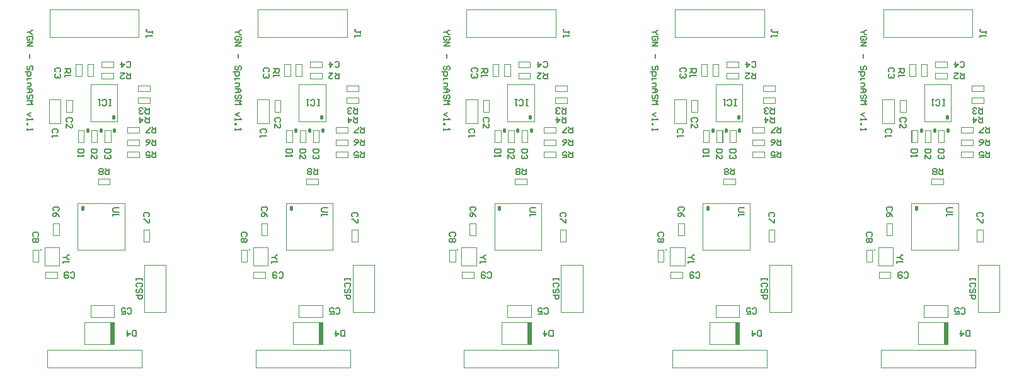
<source format=gto>
G04*
G04 #@! TF.GenerationSoftware,Altium Limited,Altium Designer,21.0.8 (223)*
G04*
G04 Layer_Color=65535*
%FSLAX25Y25*%
%MOIN*%
G70*
G04*
G04 #@! TF.SameCoordinates,FF83F617-0E9F-4FC0-9F70-085B7F74A640*
G04*
G04*
G04 #@! TF.FilePolarity,Positive*
G04*
G01*
G75*
%ADD33C,0.01575*%
%ADD34C,0.00787*%
%ADD35C,0.00394*%
%ADD36C,0.00591*%
%ADD37R,0.02118X0.11417*%
D33*
X84758Y235560D02*
Y236347D01*
Y235560D01*
X85272Y228691D02*
Y229479D01*
Y228691D01*
X78185D02*
Y229479D01*
Y228691D01*
X71098D02*
Y229479D01*
Y228691D01*
X68539Y187392D02*
Y188180D01*
Y187392D01*
X194994Y235560D02*
Y236347D01*
Y235560D01*
X195508Y228691D02*
Y229479D01*
Y228691D01*
X188421D02*
Y229479D01*
Y228691D01*
X181335D02*
Y229479D01*
Y228691D01*
X178776Y187392D02*
Y188180D01*
Y187392D01*
X305231Y235560D02*
Y236347D01*
Y235560D01*
X305744Y228691D02*
Y229479D01*
Y228691D01*
X298657D02*
Y229479D01*
Y228691D01*
X291571D02*
Y229479D01*
Y228691D01*
X289012Y187392D02*
Y188180D01*
Y187392D01*
X415467Y235560D02*
Y236347D01*
Y235560D01*
X415980Y228691D02*
Y229479D01*
Y228691D01*
X408894D02*
Y229479D01*
Y228691D01*
X401807D02*
Y229479D01*
Y228691D01*
X399248Y187392D02*
Y188180D01*
Y187392D01*
X525703Y235560D02*
Y236347D01*
Y235560D01*
X526217Y228691D02*
Y229479D01*
Y228691D01*
X519130D02*
Y229479D01*
Y228691D01*
X512043D02*
Y229479D01*
Y228691D01*
X509484Y187392D02*
Y188180D01*
Y187392D01*
D34*
X46492Y165606D02*
D03*
X156728D02*
D03*
X266965D02*
D03*
X377201D02*
D03*
X487437D02*
D03*
D35*
X72772Y253396D02*
Y233711D01*
Y253396D02*
X86945D01*
Y233711D01*
X72772D02*
X86945D01*
X80260Y229087D02*
X83409D01*
X80260Y222787D02*
X83409D01*
X80260Y229087D02*
Y222787D01*
X83409Y229087D02*
Y222787D01*
X80252Y229059D02*
X83402D01*
X80252Y222760D02*
X83402D01*
X80252Y229059D02*
Y222760D01*
X83402Y229059D02*
Y222760D01*
X73173Y229087D02*
X76323D01*
X73173Y222787D02*
X76323D01*
X73173Y229087D02*
Y222787D01*
X76323Y229087D02*
Y222787D01*
X73166Y229059D02*
X76315D01*
X73166Y222760D02*
X76315D01*
X73166Y229059D02*
Y222760D01*
X76315Y229059D02*
Y222760D01*
X66086Y229087D02*
X69236D01*
X66086Y222787D02*
X69236D01*
X66086Y229087D02*
Y222787D01*
X69236Y229087D02*
Y222787D01*
X66079Y229059D02*
X69229D01*
X66079Y222760D02*
X69229D01*
X66079Y229059D02*
Y222760D01*
X69229Y229059D02*
Y222760D01*
X51118Y293160D02*
Y278396D01*
Y293160D02*
X98362D01*
Y278396D01*
X51118D02*
X98362D01*
X101157Y132727D02*
X112657D01*
X101157Y157727D02*
X112657D01*
Y132727D01*
X101157Y157727D02*
Y132727D01*
X65980Y165542D02*
X90783D01*
Y190345D02*
Y165542D01*
X65980Y190345D02*
Y165542D01*
Y190345D02*
X90783D01*
X76709Y200246D02*
X83008D01*
X76709Y203396D02*
Y200246D01*
Y203396D02*
X83008D01*
Y200246D01*
X69563Y115798D02*
X85311D01*
Y127215D02*
Y115798D01*
X69563Y127215D02*
Y115798D01*
Y127215D02*
X85311D01*
X48461Y157274D02*
X56335D01*
Y167116D02*
Y157274D01*
X48461Y167116D02*
Y157274D01*
Y167116D02*
X56335D01*
X56039Y179616D02*
Y173317D01*
X52890D02*
X56039D01*
X52890Y179616D02*
X56039D01*
X52890D02*
Y173317D01*
X48756Y150778D02*
X55055D01*
X48756Y153928D02*
X55055D01*
Y150778D01*
X48756Y153928D02*
Y150778D01*
X45311Y165739D02*
Y159439D01*
X42161D02*
X45311D01*
X42161Y165739D02*
X45311D01*
X42161D02*
Y159439D01*
X100724Y169971D02*
X103874D01*
X100724Y176270D02*
X103874D01*
Y169971D01*
X100724Y176270D02*
Y169971D01*
X72713Y136467D02*
Y130168D01*
X85311Y136467D02*
Y130168D01*
X72713Y136467D02*
X85311D01*
X72713Y130168D02*
X85311D01*
X57024Y245325D02*
Y232727D01*
X50724Y245325D02*
Y232727D01*
Y245325D02*
X57024D01*
X50724Y232727D02*
X57024D01*
X49819Y103298D02*
X99819D01*
X49819Y112530D02*
X99819D01*
X49819D02*
Y103298D01*
X99819Y112530D02*
Y103298D01*
X64996Y257727D02*
X68146D01*
X64996Y264026D02*
X68146D01*
Y257727D01*
X64996Y264026D02*
Y257727D01*
X97969Y246506D02*
X104268D01*
X97969Y243357D02*
X104268D01*
Y246506D02*
Y243357D01*
X97969Y246506D02*
Y243357D01*
Y249557D02*
X104268D01*
X97969Y252707D02*
X104268D01*
X97969D02*
Y249557D01*
X104268Y252707D02*
Y249557D01*
X92161Y230660D02*
X98461D01*
X92161Y227510D02*
X98461D01*
Y230660D02*
Y227510D01*
X92161Y230660D02*
Y227510D01*
Y224164D02*
X98461D01*
X92161Y221014D02*
X98461D01*
Y224164D02*
Y221014D01*
X92161Y224164D02*
Y221014D01*
X84878Y259400D02*
Y256250D01*
X78579Y259400D02*
Y256250D01*
Y259400D02*
X84878D01*
X78579Y256250D02*
X84878D01*
X78579Y262353D02*
X84878D01*
X78579Y265502D02*
X84878D01*
X78579D02*
Y262353D01*
X84878Y265502D02*
Y262353D01*
X71098Y257727D02*
X74248D01*
X71098Y264026D02*
X74248D01*
Y257727D01*
X71098Y264026D02*
Y257727D01*
X92161Y217668D02*
X98461D01*
X92161Y214518D02*
X98461D01*
Y217668D02*
Y214518D01*
X92161Y217668D02*
Y214518D01*
X59976Y244932D02*
Y238632D01*
X63126Y244932D02*
Y238632D01*
X59976Y244932D02*
X63126D01*
X59976Y238632D02*
X63126D01*
X183008Y253396D02*
Y233711D01*
Y253396D02*
X197181D01*
Y233711D01*
X183008D02*
X197181D01*
X190496Y229087D02*
X193645D01*
X190496Y222787D02*
X193645D01*
X190496Y229087D02*
Y222787D01*
X193645Y229087D02*
Y222787D01*
X190489Y229059D02*
X193638D01*
X190489Y222760D02*
X193638D01*
X190489Y229059D02*
Y222760D01*
X193638Y229059D02*
Y222760D01*
X183409Y229087D02*
X186559D01*
X183409Y222787D02*
X186559D01*
X183409Y229087D02*
Y222787D01*
X186559Y229087D02*
Y222787D01*
X183402Y229059D02*
X186552D01*
X183402Y222760D02*
X186552D01*
X183402Y229059D02*
Y222760D01*
X186552Y229059D02*
Y222760D01*
X176322Y229087D02*
X179472D01*
X176322Y222787D02*
X179472D01*
X176322Y229087D02*
Y222787D01*
X179472Y229087D02*
Y222787D01*
X176315Y229059D02*
X179465D01*
X176315Y222760D02*
X179465D01*
X176315Y229059D02*
Y222760D01*
X179465Y229059D02*
Y222760D01*
X161354Y293160D02*
Y278396D01*
Y293160D02*
X208598D01*
Y278396D01*
X161354D02*
X208598D01*
X211394Y132727D02*
X222894D01*
X211394Y157727D02*
X222894D01*
Y132727D01*
X211394Y157727D02*
Y132727D01*
X176216Y165542D02*
X201020D01*
Y190345D02*
Y165542D01*
X176216Y190345D02*
Y165542D01*
Y190345D02*
X201020D01*
X186945Y200246D02*
X193244D01*
X186945Y203396D02*
Y200246D01*
Y203396D02*
X193244D01*
Y200246D01*
X179799Y115798D02*
X195547D01*
Y127215D02*
Y115798D01*
X179799Y127215D02*
Y115798D01*
Y127215D02*
X195547D01*
X158697Y157274D02*
X166571D01*
Y167116D02*
Y157274D01*
X158697Y167116D02*
Y157274D01*
Y167116D02*
X166571D01*
X166276Y179616D02*
Y173317D01*
X163126D02*
X166276D01*
X163126Y179616D02*
X166276D01*
X163126D02*
Y173317D01*
X158992Y150778D02*
X165291D01*
X158992Y153928D02*
X165291D01*
Y150778D01*
X158992Y153928D02*
Y150778D01*
X155547Y165739D02*
Y159439D01*
X152398D02*
X155547D01*
X152398Y165739D02*
X155547D01*
X152398D02*
Y159439D01*
X210961Y169971D02*
X214110D01*
X210961Y176270D02*
X214110D01*
Y169971D01*
X210961Y176270D02*
Y169971D01*
X182949Y136467D02*
Y130168D01*
X195547Y136467D02*
Y130168D01*
X182949Y136467D02*
X195547D01*
X182949Y130168D02*
X195547D01*
X167260Y245325D02*
Y232727D01*
X160961Y245325D02*
Y232727D01*
Y245325D02*
X167260D01*
X160961Y232727D02*
X167260D01*
X160055Y103298D02*
X210055D01*
X160055Y112530D02*
X210055D01*
X160055D02*
Y103298D01*
X210055Y112530D02*
Y103298D01*
X175232Y257727D02*
X178382D01*
X175232Y264026D02*
X178382D01*
Y257727D01*
X175232Y264026D02*
Y257727D01*
X208205Y246506D02*
X214504D01*
X208205Y243357D02*
X214504D01*
Y246506D02*
Y243357D01*
X208205Y246506D02*
Y243357D01*
Y249557D02*
X214504D01*
X208205Y252707D02*
X214504D01*
X208205D02*
Y249557D01*
X214504Y252707D02*
Y249557D01*
X202398Y230660D02*
X208697D01*
X202398Y227510D02*
X208697D01*
Y230660D02*
Y227510D01*
X202398Y230660D02*
Y227510D01*
Y224164D02*
X208697D01*
X202398Y221014D02*
X208697D01*
Y224164D02*
Y221014D01*
X202398Y224164D02*
Y221014D01*
X195114Y259400D02*
Y256250D01*
X188815Y259400D02*
Y256250D01*
Y259400D02*
X195114D01*
X188815Y256250D02*
X195114D01*
X188815Y262353D02*
X195114D01*
X188815Y265502D02*
X195114D01*
X188815D02*
Y262353D01*
X195114Y265502D02*
Y262353D01*
X181335Y257727D02*
X184484D01*
X181335Y264026D02*
X184484D01*
Y257727D01*
X181335Y264026D02*
Y257727D01*
X202398Y217668D02*
X208697D01*
X202398Y214518D02*
X208697D01*
Y217668D02*
Y214518D01*
X202398Y217668D02*
Y214518D01*
X170213Y244932D02*
Y238632D01*
X173362Y244932D02*
Y238632D01*
X170213Y244932D02*
X173362D01*
X170213Y238632D02*
X173362D01*
X293244Y253396D02*
Y233711D01*
Y253396D02*
X307417D01*
Y233711D01*
X293244D02*
X307417D01*
X300732Y229087D02*
X303882D01*
X300732Y222787D02*
X303882D01*
X300732Y229087D02*
Y222787D01*
X303882Y229087D02*
Y222787D01*
X300725Y229059D02*
X303874D01*
X300725Y222760D02*
X303874D01*
X300725Y229059D02*
Y222760D01*
X303874Y229059D02*
Y222760D01*
X293645Y229087D02*
X296795D01*
X293645Y222787D02*
X296795D01*
X293645Y229087D02*
Y222787D01*
X296795Y229087D02*
Y222787D01*
X293638Y229059D02*
X296788D01*
X293638Y222760D02*
X296788D01*
X293638Y229059D02*
Y222760D01*
X296788Y229059D02*
Y222760D01*
X286559Y229087D02*
X289708D01*
X286559Y222787D02*
X289708D01*
X286559Y229087D02*
Y222787D01*
X289708Y229087D02*
Y222787D01*
X286552Y229059D02*
X289701D01*
X286552Y222760D02*
X289701D01*
X286552Y229059D02*
Y222760D01*
X289701Y229059D02*
Y222760D01*
X271590Y293160D02*
Y278396D01*
Y293160D02*
X318835D01*
Y278396D01*
X271590D02*
X318835D01*
X321630Y132727D02*
X333130D01*
X321630Y157727D02*
X333130D01*
Y132727D01*
X321630Y157727D02*
Y132727D01*
X286453Y165542D02*
X311256D01*
Y190345D02*
Y165542D01*
X286453Y190345D02*
Y165542D01*
Y190345D02*
X311256D01*
X297181Y200246D02*
X303480D01*
X297181Y203396D02*
Y200246D01*
Y203396D02*
X303480D01*
Y200246D01*
X290035Y115798D02*
X305783D01*
Y127215D02*
Y115798D01*
X290035Y127215D02*
Y115798D01*
Y127215D02*
X305783D01*
X268933Y157274D02*
X276807D01*
Y167116D02*
Y157274D01*
X268933Y167116D02*
Y157274D01*
Y167116D02*
X276807D01*
X276512Y179616D02*
Y173317D01*
X273362D02*
X276512D01*
X273362Y179616D02*
X276512D01*
X273362D02*
Y173317D01*
X269228Y150778D02*
X275528D01*
X269228Y153928D02*
X275528D01*
Y150778D01*
X269228Y153928D02*
Y150778D01*
X265783Y165739D02*
Y159439D01*
X262634D02*
X265783D01*
X262634Y165739D02*
X265783D01*
X262634D02*
Y159439D01*
X321197Y169971D02*
X324346D01*
X321197Y176270D02*
X324346D01*
Y169971D01*
X321197Y176270D02*
Y169971D01*
X293185Y136467D02*
Y130168D01*
X305783Y136467D02*
Y130168D01*
X293185Y136467D02*
X305783D01*
X293185Y130168D02*
X305783D01*
X277496Y245325D02*
Y232727D01*
X271197Y245325D02*
Y232727D01*
Y245325D02*
X277496D01*
X271197Y232727D02*
X277496D01*
X270291Y103298D02*
X320291D01*
X270291Y112530D02*
X320291D01*
X270291D02*
Y103298D01*
X320291Y112530D02*
Y103298D01*
X285469Y257727D02*
X288618D01*
X285469Y264026D02*
X288618D01*
Y257727D01*
X285469Y264026D02*
Y257727D01*
X318441Y246506D02*
X324740D01*
X318441Y243357D02*
X324740D01*
Y246506D02*
Y243357D01*
X318441Y246506D02*
Y243357D01*
Y249557D02*
X324740D01*
X318441Y252707D02*
X324740D01*
X318441D02*
Y249557D01*
X324740Y252707D02*
Y249557D01*
X312634Y230660D02*
X318933D01*
X312634Y227510D02*
X318933D01*
Y230660D02*
Y227510D01*
X312634Y230660D02*
Y227510D01*
Y224164D02*
X318933D01*
X312634Y221014D02*
X318933D01*
Y224164D02*
Y221014D01*
X312634Y224164D02*
Y221014D01*
X305350Y259400D02*
Y256250D01*
X299051Y259400D02*
Y256250D01*
Y259400D02*
X305350D01*
X299051Y256250D02*
X305350D01*
X299051Y262353D02*
X305350D01*
X299051Y265502D02*
X305350D01*
X299051D02*
Y262353D01*
X305350Y265502D02*
Y262353D01*
X291571Y257727D02*
X294720D01*
X291571Y264026D02*
X294720D01*
Y257727D01*
X291571Y264026D02*
Y257727D01*
X312634Y217668D02*
X318933D01*
X312634Y214518D02*
X318933D01*
Y217668D02*
Y214518D01*
X312634Y217668D02*
Y214518D01*
X280449Y244932D02*
Y238632D01*
X283598Y244932D02*
Y238632D01*
X280449Y244932D02*
X283598D01*
X280449Y238632D02*
X283598D01*
X403480Y253396D02*
Y233711D01*
Y253396D02*
X417654D01*
Y233711D01*
X403480D02*
X417654D01*
X410968Y229087D02*
X414118D01*
X410968Y222787D02*
X414118D01*
X410968Y229087D02*
Y222787D01*
X414118Y229087D02*
Y222787D01*
X410961Y229059D02*
X414111D01*
X410961Y222760D02*
X414111D01*
X410961Y229059D02*
Y222760D01*
X414111Y229059D02*
Y222760D01*
X403882Y229087D02*
X407031D01*
X403882Y222787D02*
X407031D01*
X403882Y229087D02*
Y222787D01*
X407031Y229087D02*
Y222787D01*
X403874Y229059D02*
X407024D01*
X403874Y222760D02*
X407024D01*
X403874Y229059D02*
Y222760D01*
X407024Y229059D02*
Y222760D01*
X396795Y229087D02*
X399945D01*
X396795Y222787D02*
X399945D01*
X396795Y229087D02*
Y222787D01*
X399945Y229087D02*
Y222787D01*
X396788Y229059D02*
X399938D01*
X396788Y222760D02*
X399938D01*
X396788Y229059D02*
Y222760D01*
X399938Y229059D02*
Y222760D01*
X381827Y293160D02*
Y278396D01*
Y293160D02*
X429071D01*
Y278396D01*
X381827D02*
X429071D01*
X431866Y132727D02*
X443366D01*
X431866Y157727D02*
X443366D01*
Y132727D01*
X431866Y157727D02*
Y132727D01*
X396689Y165542D02*
X421492D01*
Y190345D02*
Y165542D01*
X396689Y190345D02*
Y165542D01*
Y190345D02*
X421492D01*
X407417Y200246D02*
X413717D01*
X407417Y203396D02*
Y200246D01*
Y203396D02*
X413717D01*
Y200246D01*
X400272Y115798D02*
X416020D01*
Y127215D02*
Y115798D01*
X400272Y127215D02*
Y115798D01*
Y127215D02*
X416020D01*
X379169Y157274D02*
X387043D01*
Y167116D02*
Y157274D01*
X379169Y167116D02*
Y157274D01*
Y167116D02*
X387043D01*
X386748Y179616D02*
Y173317D01*
X383598D02*
X386748D01*
X383598Y179616D02*
X386748D01*
X383598D02*
Y173317D01*
X379465Y150778D02*
X385764D01*
X379465Y153928D02*
X385764D01*
Y150778D01*
X379465Y153928D02*
Y150778D01*
X376020Y165739D02*
Y159439D01*
X372870D02*
X376020D01*
X372870Y165739D02*
X376020D01*
X372870D02*
Y159439D01*
X431433Y169971D02*
X434583D01*
X431433Y176270D02*
X434583D01*
Y169971D01*
X431433Y176270D02*
Y169971D01*
X403421Y136467D02*
Y130168D01*
X416020Y136467D02*
Y130168D01*
X403421Y136467D02*
X416020D01*
X403421Y130168D02*
X416020D01*
X387732Y245325D02*
Y232727D01*
X381433Y245325D02*
Y232727D01*
Y245325D02*
X387732D01*
X381433Y232727D02*
X387732D01*
X380527Y103298D02*
X430527D01*
X380527Y112530D02*
X430527D01*
X380527D02*
Y103298D01*
X430527Y112530D02*
Y103298D01*
X395705Y257727D02*
X398854D01*
X395705Y264026D02*
X398854D01*
Y257727D01*
X395705Y264026D02*
Y257727D01*
X428677Y246506D02*
X434976D01*
X428677Y243357D02*
X434976D01*
Y246506D02*
Y243357D01*
X428677Y246506D02*
Y243357D01*
Y249557D02*
X434976D01*
X428677Y252707D02*
X434976D01*
X428677D02*
Y249557D01*
X434976Y252707D02*
Y249557D01*
X422870Y230660D02*
X429169D01*
X422870Y227510D02*
X429169D01*
Y230660D02*
Y227510D01*
X422870Y230660D02*
Y227510D01*
Y224164D02*
X429169D01*
X422870Y221014D02*
X429169D01*
Y224164D02*
Y221014D01*
X422870Y224164D02*
Y221014D01*
X415587Y259400D02*
Y256250D01*
X409287Y259400D02*
Y256250D01*
Y259400D02*
X415587D01*
X409287Y256250D02*
X415587D01*
X409287Y262353D02*
X415587D01*
X409287Y265502D02*
X415587D01*
X409287D02*
Y262353D01*
X415587Y265502D02*
Y262353D01*
X401807Y257727D02*
X404957D01*
X401807Y264026D02*
X404957D01*
Y257727D01*
X401807Y264026D02*
Y257727D01*
X422870Y217668D02*
X429169D01*
X422870Y214518D02*
X429169D01*
Y217668D02*
Y214518D01*
X422870Y217668D02*
Y214518D01*
X390685Y244932D02*
Y238632D01*
X393835Y244932D02*
Y238632D01*
X390685Y244932D02*
X393835D01*
X390685Y238632D02*
X393835D01*
X513717Y253396D02*
Y233711D01*
Y253396D02*
X527890D01*
Y233711D01*
X513717D02*
X527890D01*
X521204Y229087D02*
X524354D01*
X521204Y222787D02*
X524354D01*
X521204Y229087D02*
Y222787D01*
X524354Y229087D02*
Y222787D01*
X521197Y229059D02*
X524347D01*
X521197Y222760D02*
X524347D01*
X521197Y229059D02*
Y222760D01*
X524347Y229059D02*
Y222760D01*
X514118Y229087D02*
X517267D01*
X514118Y222787D02*
X517267D01*
X514118Y229087D02*
Y222787D01*
X517267Y229087D02*
Y222787D01*
X514111Y229059D02*
X517260D01*
X514111Y222760D02*
X517260D01*
X514111Y229059D02*
Y222760D01*
X517260Y229059D02*
Y222760D01*
X507031Y229087D02*
X510181D01*
X507031Y222787D02*
X510181D01*
X507031Y229087D02*
Y222787D01*
X510181Y229087D02*
Y222787D01*
X507024Y229059D02*
X510174D01*
X507024Y222760D02*
X510174D01*
X507024Y229059D02*
Y222760D01*
X510174Y229059D02*
Y222760D01*
X492063Y293160D02*
Y278396D01*
Y293160D02*
X539307D01*
Y278396D01*
X492063D02*
X539307D01*
X542102Y132727D02*
X553602D01*
X542102Y157727D02*
X553602D01*
Y132727D01*
X542102Y157727D02*
Y132727D01*
X506925Y165542D02*
X531728D01*
Y190345D02*
Y165542D01*
X506925Y190345D02*
Y165542D01*
Y190345D02*
X531728D01*
X517654Y200246D02*
X523953D01*
X517654Y203396D02*
Y200246D01*
Y203396D02*
X523953D01*
Y200246D01*
X510508Y115798D02*
X526256D01*
Y127215D02*
Y115798D01*
X510508Y127215D02*
Y115798D01*
Y127215D02*
X526256D01*
X489405Y157274D02*
X497280D01*
Y167116D02*
Y157274D01*
X489405Y167116D02*
Y157274D01*
Y167116D02*
X497280D01*
X496984Y179616D02*
Y173317D01*
X493835D02*
X496984D01*
X493835Y179616D02*
X496984D01*
X493835D02*
Y173317D01*
X489701Y150778D02*
X496000D01*
X489701Y153928D02*
X496000D01*
Y150778D01*
X489701Y153928D02*
Y150778D01*
X486256Y165739D02*
Y159439D01*
X483106D02*
X486256D01*
X483106Y165739D02*
X486256D01*
X483106D02*
Y159439D01*
X541669Y169971D02*
X544819D01*
X541669Y176270D02*
X544819D01*
Y169971D01*
X541669Y176270D02*
Y169971D01*
X513657Y136467D02*
Y130168D01*
X526256Y136467D02*
Y130168D01*
X513657Y136467D02*
X526256D01*
X513657Y130168D02*
X526256D01*
X497968Y245325D02*
Y232727D01*
X491669Y245325D02*
Y232727D01*
Y245325D02*
X497968D01*
X491669Y232727D02*
X497968D01*
X490764Y103298D02*
X540764D01*
X490764Y112530D02*
X540764D01*
X490764D02*
Y103298D01*
X540764Y112530D02*
Y103298D01*
X505941Y257727D02*
X509091D01*
X505941Y264026D02*
X509091D01*
Y257727D01*
X505941Y264026D02*
Y257727D01*
X538913Y246506D02*
X545213D01*
X538913Y243357D02*
X545213D01*
Y246506D02*
Y243357D01*
X538913Y246506D02*
Y243357D01*
Y249557D02*
X545213D01*
X538913Y252707D02*
X545213D01*
X538913D02*
Y249557D01*
X545213Y252707D02*
Y249557D01*
X533106Y230660D02*
X539405D01*
X533106Y227510D02*
X539405D01*
Y230660D02*
Y227510D01*
X533106Y230660D02*
Y227510D01*
Y224164D02*
X539405D01*
X533106Y221014D02*
X539405D01*
Y224164D02*
Y221014D01*
X533106Y224164D02*
Y221014D01*
X525823Y259400D02*
Y256250D01*
X519524Y259400D02*
Y256250D01*
Y259400D02*
X525823D01*
X519524Y256250D02*
X525823D01*
X519524Y262353D02*
X525823D01*
X519524Y265502D02*
X525823D01*
X519524D02*
Y262353D01*
X525823Y265502D02*
Y262353D01*
X512043Y257727D02*
X515193D01*
X512043Y264026D02*
X515193D01*
Y257727D01*
X512043Y264026D02*
Y257727D01*
X533106Y217668D02*
X539405D01*
X533106Y214518D02*
X539405D01*
Y217668D02*
Y214518D01*
X533106Y217668D02*
Y214518D01*
X500921Y244932D02*
Y238632D01*
X504071Y244932D02*
Y238632D01*
X500921Y244932D02*
X504071D01*
X500921Y238632D02*
X504071D01*
D36*
X42259Y281939D02*
X41734D01*
X40685Y280890D01*
X41734Y279840D01*
X42259D01*
X40685Y280890D02*
X39110D01*
X41734Y276692D02*
X42259Y277217D01*
Y278266D01*
X41734Y278791D01*
X39635D01*
X39110Y278266D01*
Y277217D01*
X39635Y276692D01*
X40685D01*
Y277741D01*
X39110Y275642D02*
X42259D01*
X39110Y273543D01*
X42259D01*
X40685Y269345D02*
Y267246D01*
X41734Y260949D02*
X42259Y261473D01*
Y262523D01*
X41734Y263048D01*
X41209D01*
X40685Y262523D01*
Y261473D01*
X40160Y260949D01*
X39635D01*
X39110Y261473D01*
Y262523D01*
X39635Y263048D01*
X38061Y259899D02*
X41209D01*
Y258325D01*
X40685Y257800D01*
X39635D01*
X39110Y258325D01*
Y259899D01*
Y256751D02*
Y255701D01*
Y256226D01*
X41209D01*
Y256751D01*
X39110Y254127D02*
X41209D01*
Y252553D01*
X40685Y252028D01*
X39110D01*
Y250978D02*
X41209D01*
X42259Y249929D01*
X41209Y248879D01*
X39110D01*
X40685D01*
Y250978D01*
X41734Y245731D02*
X42259Y246255D01*
Y247305D01*
X41734Y247830D01*
X41209D01*
X40685Y247305D01*
Y246255D01*
X40160Y245731D01*
X39635D01*
X39110Y246255D01*
Y247305D01*
X39635Y247830D01*
X39110Y244681D02*
X42259D01*
X41209Y243632D01*
X42259Y242582D01*
X39110D01*
X41209Y238384D02*
X39110Y237334D01*
X41209Y236285D01*
X39110Y235235D02*
Y234186D01*
Y234711D01*
X42259D01*
X41734Y235235D01*
X39110Y232611D02*
X39635D01*
Y232087D01*
X39110D01*
Y232611D01*
Y229988D02*
Y228938D01*
Y229463D01*
X42259D01*
X41734Y229988D01*
X82581Y208711D02*
Y205562D01*
X81006D01*
X80481Y206087D01*
Y207136D01*
X81006Y207661D01*
X82581D01*
X81531D02*
X80481Y208711D01*
X79432Y206087D02*
X78907Y205562D01*
X77858D01*
X77333Y206087D01*
Y206611D01*
X77858Y207136D01*
X77333Y207661D01*
Y208186D01*
X77858Y208711D01*
X78907D01*
X79432Y208186D01*
Y207661D01*
X78907Y207136D01*
X79432Y206611D01*
Y206087D01*
X78907Y207136D02*
X77858D01*
X100074Y150737D02*
Y149687D01*
Y150212D01*
X96926D01*
Y150737D01*
Y149687D01*
X99550Y146014D02*
X100074Y146539D01*
Y147588D01*
X99550Y148113D01*
X97451D01*
X96926Y147588D01*
Y146539D01*
X97451Y146014D01*
X99550Y142865D02*
X100074Y143390D01*
Y144440D01*
X99550Y144964D01*
X99025D01*
X98500Y144440D01*
Y143390D01*
X97975Y142865D01*
X97451D01*
X96926Y143390D01*
Y144440D01*
X97451Y144964D01*
X96926Y141816D02*
X100074D01*
Y140242D01*
X99550Y139717D01*
X98500D01*
X97975Y140242D01*
Y141816D01*
X92194Y132268D02*
X92719Y131743D01*
X93768D01*
X94293Y132268D01*
Y134367D01*
X93768Y134892D01*
X92719D01*
X92194Y134367D01*
X89045Y131743D02*
X91145D01*
Y133317D01*
X90095Y132792D01*
X89570D01*
X89045Y133317D01*
Y134367D01*
X89570Y134892D01*
X90620D01*
X91145Y134367D01*
X96947Y119932D02*
Y123081D01*
X95372D01*
X94848Y122556D01*
Y120457D01*
X95372Y119932D01*
X96947D01*
X92224Y123081D02*
Y119932D01*
X93798Y121506D01*
X91699D01*
X103742Y236171D02*
Y233022D01*
X102168D01*
X101643Y233547D01*
Y234597D01*
X102168Y235122D01*
X103742D01*
X102692D02*
X101643Y236171D01*
X99019D02*
Y233022D01*
X100593Y234597D01*
X98494D01*
X103742Y240896D02*
Y237747D01*
X102168D01*
X101643Y238272D01*
Y239321D01*
X102168Y239846D01*
X103742D01*
X102692D02*
X101643Y240896D01*
X100593Y238272D02*
X100068Y237747D01*
X99019D01*
X98494Y238272D01*
Y238796D01*
X99019Y239321D01*
X99544D01*
X99019D01*
X98494Y239846D01*
Y240371D01*
X99019Y240896D01*
X100068D01*
X100593Y240371D01*
X107285Y230659D02*
Y227511D01*
X105711D01*
X105186Y228035D01*
Y229085D01*
X105711Y229610D01*
X107285D01*
X106236D02*
X105186Y230659D01*
X104137Y227511D02*
X102038D01*
Y228035D01*
X104137Y230135D01*
Y230659D01*
X107285Y224163D02*
Y221015D01*
X105711D01*
X105186Y221539D01*
Y222589D01*
X105711Y223114D01*
X107285D01*
X106236D02*
X105186Y224163D01*
X102038Y221015D02*
X103087Y221539D01*
X104137Y222589D01*
Y223639D01*
X103612Y224163D01*
X102562D01*
X102038Y223639D01*
Y223114D01*
X102562Y222589D01*
X104137D01*
X107285Y217667D02*
Y214519D01*
X105711D01*
X105186Y215043D01*
Y216093D01*
X105711Y216618D01*
X107285D01*
X106236D02*
X105186Y217667D01*
X102038Y214519D02*
X104137D01*
Y216093D01*
X103087Y215568D01*
X102562D01*
X102038Y216093D01*
Y217142D01*
X102562Y217667D01*
X103612D01*
X104137Y217142D01*
X83401Y219110D02*
X80252D01*
Y217536D01*
X80777Y217011D01*
X82876D01*
X83401Y217536D01*
Y219110D01*
X82876Y215962D02*
X83401Y215437D01*
Y214387D01*
X82876Y213863D01*
X82351D01*
X81827Y214387D01*
Y214912D01*
Y214387D01*
X81302Y213863D01*
X80777D01*
X80252Y214387D01*
Y215437D01*
X80777Y215962D01*
X76314Y219110D02*
X73166D01*
Y217536D01*
X73691Y217011D01*
X75790D01*
X76314Y217536D01*
Y219110D01*
X73166Y213863D02*
Y215962D01*
X75265Y213863D01*
X75790D01*
X76314Y214387D01*
Y215437D01*
X75790Y215962D01*
X69228Y219078D02*
X66079D01*
Y217503D01*
X66604Y216979D01*
X68703D01*
X69228Y217503D01*
Y219078D01*
X66079Y215929D02*
Y214880D01*
Y215404D01*
X69228D01*
X68703Y215929D01*
X61452Y162877D02*
X60927D01*
X59878Y161828D01*
X60927Y160778D01*
X61452D01*
X59878Y161828D02*
X58304D01*
Y159728D02*
Y158679D01*
Y159204D01*
X61452D01*
X60927Y159728D01*
X87830Y187916D02*
X85206D01*
X84682Y187392D01*
Y186342D01*
X85206Y185817D01*
X87830D01*
X84682Y184768D02*
Y183718D01*
Y184243D01*
X87830D01*
X87305Y184768D01*
X93899Y259400D02*
Y256251D01*
X92325D01*
X91800Y256776D01*
Y257825D01*
X92325Y258350D01*
X93899D01*
X92850D02*
X91800Y259400D01*
X88652D02*
X90751D01*
X88652Y257300D01*
Y256776D01*
X89176Y256251D01*
X90226D01*
X90751Y256776D01*
X59189Y261597D02*
X62338D01*
Y260023D01*
X61813Y259498D01*
X60764D01*
X60239Y260023D01*
Y261597D01*
Y260548D02*
X59189Y259498D01*
Y258449D02*
Y257399D01*
Y257924D01*
X62338D01*
X61813Y258449D01*
X105448Y280463D02*
Y281512D01*
Y280988D01*
X102824D01*
X102300Y281512D01*
Y282037D01*
X102824Y282562D01*
X102300Y279413D02*
Y278364D01*
Y278889D01*
X105448D01*
X104923Y279413D01*
X83663Y242078D02*
X82613D01*
X83138D01*
Y245226D01*
X83663D01*
X82613D01*
X78940Y242602D02*
X79465Y242078D01*
X80514D01*
X81039Y242602D01*
Y244702D01*
X80514Y245226D01*
X79465D01*
X78940Y244702D01*
X77890Y245226D02*
X76841D01*
X77366D01*
Y242078D01*
X77890Y242602D01*
X62174Y151303D02*
X62699Y150778D01*
X63749D01*
X64273Y151303D01*
Y153402D01*
X63749Y153927D01*
X62699D01*
X62174Y153402D01*
X61125D02*
X60600Y153927D01*
X59550D01*
X59026Y153402D01*
Y151303D01*
X59550Y150778D01*
X60600D01*
X61125Y151303D01*
Y151828D01*
X60600Y152353D01*
X59026D01*
X44786Y172818D02*
X45311Y173343D01*
Y174393D01*
X44786Y174917D01*
X42687D01*
X42162Y174393D01*
Y173343D01*
X42687Y172818D01*
X44786Y171769D02*
X45311Y171244D01*
Y170195D01*
X44786Y169670D01*
X44261D01*
X43736Y170195D01*
X43211Y169670D01*
X42687D01*
X42162Y170195D01*
Y171244D01*
X42687Y171769D01*
X43211D01*
X43736Y171244D01*
X44261Y171769D01*
X44786D01*
X43736Y171244D02*
Y170195D01*
X103349Y183193D02*
X103874Y183717D01*
Y184767D01*
X103349Y185292D01*
X101250D01*
X100725Y184767D01*
Y183717D01*
X101250Y183193D01*
X103874Y182143D02*
Y180044D01*
X103349D01*
X101250Y182143D01*
X100725D01*
X55514Y186342D02*
X56039Y186867D01*
Y187916D01*
X55514Y188441D01*
X53415D01*
X52890Y187916D01*
Y186867D01*
X53415Y186342D01*
X56039Y183194D02*
X55514Y184243D01*
X54465Y185292D01*
X53415D01*
X52890Y184768D01*
Y183718D01*
X53415Y183194D01*
X53940D01*
X54465Y183718D01*
Y185292D01*
X91800Y262878D02*
X92325Y262353D01*
X93375D01*
X93899Y262878D01*
Y264977D01*
X93375Y265502D01*
X92325D01*
X91800Y264977D01*
X89176Y265502D02*
Y262353D01*
X90751Y263928D01*
X88652D01*
X56498Y259925D02*
X57023Y260450D01*
Y261499D01*
X56498Y262024D01*
X54399D01*
X53874Y261499D01*
Y260450D01*
X54399Y259925D01*
X56498Y258875D02*
X57023Y258350D01*
Y257301D01*
X56498Y256776D01*
X55974D01*
X55449Y257301D01*
Y257826D01*
Y257301D01*
X54924Y256776D01*
X54399D01*
X53874Y257301D01*
Y258350D01*
X54399Y258875D01*
X55022Y227510D02*
X55547Y228035D01*
Y229084D01*
X55022Y229609D01*
X52923D01*
X52398Y229084D01*
Y228035D01*
X52923Y227510D01*
X52398Y226461D02*
Y225411D01*
Y225936D01*
X55547D01*
X55022Y226461D01*
X62601Y233448D02*
X63125Y233973D01*
Y235023D01*
X62601Y235547D01*
X60502D01*
X59977Y235023D01*
Y233973D01*
X60502Y233448D01*
X59977Y230300D02*
Y232399D01*
X62076Y230300D01*
X62601D01*
X63125Y230824D01*
Y231874D01*
X62601Y232399D01*
X152495Y281939D02*
X151970D01*
X150921Y280890D01*
X151970Y279840D01*
X152495D01*
X150921Y280890D02*
X149346D01*
X151970Y276692D02*
X152495Y277217D01*
Y278266D01*
X151970Y278791D01*
X149871D01*
X149346Y278266D01*
Y277217D01*
X149871Y276692D01*
X150921D01*
Y277741D01*
X149346Y275642D02*
X152495D01*
X149346Y273543D01*
X152495D01*
X150921Y269345D02*
Y267246D01*
X151970Y260949D02*
X152495Y261473D01*
Y262523D01*
X151970Y263048D01*
X151445D01*
X150921Y262523D01*
Y261473D01*
X150396Y260949D01*
X149871D01*
X149346Y261473D01*
Y262523D01*
X149871Y263048D01*
X148297Y259899D02*
X151445D01*
Y258325D01*
X150921Y257800D01*
X149871D01*
X149346Y258325D01*
Y259899D01*
Y256751D02*
Y255701D01*
Y256226D01*
X151445D01*
Y256751D01*
X149346Y254127D02*
X151445D01*
Y252553D01*
X150921Y252028D01*
X149346D01*
Y250978D02*
X151445D01*
X152495Y249929D01*
X151445Y248879D01*
X149346D01*
X150921D01*
Y250978D01*
X151970Y245731D02*
X152495Y246255D01*
Y247305D01*
X151970Y247830D01*
X151445D01*
X150921Y247305D01*
Y246255D01*
X150396Y245731D01*
X149871D01*
X149346Y246255D01*
Y247305D01*
X149871Y247830D01*
X149346Y244681D02*
X152495D01*
X151445Y243632D01*
X152495Y242582D01*
X149346D01*
X151445Y238384D02*
X149346Y237334D01*
X151445Y236285D01*
X149346Y235235D02*
Y234186D01*
Y234711D01*
X152495D01*
X151970Y235235D01*
X149346Y232611D02*
X149871D01*
Y232087D01*
X149346D01*
Y232611D01*
Y229988D02*
Y228938D01*
Y229463D01*
X152495D01*
X151970Y229988D01*
X192817Y208711D02*
Y205562D01*
X191242D01*
X190718Y206087D01*
Y207136D01*
X191242Y207661D01*
X192817D01*
X191767D02*
X190718Y208711D01*
X189668Y206087D02*
X189143Y205562D01*
X188094D01*
X187569Y206087D01*
Y206611D01*
X188094Y207136D01*
X187569Y207661D01*
Y208186D01*
X188094Y208711D01*
X189143D01*
X189668Y208186D01*
Y207661D01*
X189143Y207136D01*
X189668Y206611D01*
Y206087D01*
X189143Y207136D02*
X188094D01*
X210311Y150737D02*
Y149687D01*
Y150212D01*
X207162D01*
Y150737D01*
Y149687D01*
X209786Y146014D02*
X210311Y146539D01*
Y147588D01*
X209786Y148113D01*
X207687D01*
X207162Y147588D01*
Y146539D01*
X207687Y146014D01*
X209786Y142865D02*
X210311Y143390D01*
Y144440D01*
X209786Y144964D01*
X209261D01*
X208736Y144440D01*
Y143390D01*
X208211Y142865D01*
X207687D01*
X207162Y143390D01*
Y144440D01*
X207687Y144964D01*
X207162Y141816D02*
X210311D01*
Y140242D01*
X209786Y139717D01*
X208736D01*
X208211Y140242D01*
Y141816D01*
X202430Y132268D02*
X202955Y131743D01*
X204005D01*
X204529Y132268D01*
Y134367D01*
X204005Y134892D01*
X202955D01*
X202430Y134367D01*
X199282Y131743D02*
X201381D01*
Y133317D01*
X200331Y132792D01*
X199806D01*
X199282Y133317D01*
Y134367D01*
X199806Y134892D01*
X200856D01*
X201381Y134367D01*
X207183Y119932D02*
Y123081D01*
X205609D01*
X205084Y122556D01*
Y120457D01*
X205609Y119932D01*
X207183D01*
X202460Y123081D02*
Y119932D01*
X204034Y121506D01*
X201935D01*
X213978Y236171D02*
Y233022D01*
X212404D01*
X211879Y233547D01*
Y234597D01*
X212404Y235122D01*
X213978D01*
X212929D02*
X211879Y236171D01*
X209255D02*
Y233022D01*
X210829Y234597D01*
X208731D01*
X213978Y240896D02*
Y237747D01*
X212404D01*
X211879Y238272D01*
Y239321D01*
X212404Y239846D01*
X213978D01*
X212929D02*
X211879Y240896D01*
X210829Y238272D02*
X210305Y237747D01*
X209255D01*
X208731Y238272D01*
Y238796D01*
X209255Y239321D01*
X209780D01*
X209255D01*
X208731Y239846D01*
Y240371D01*
X209255Y240896D01*
X210305D01*
X210829Y240371D01*
X217521Y230659D02*
Y227511D01*
X215947D01*
X215422Y228035D01*
Y229085D01*
X215947Y229610D01*
X217521D01*
X216472D02*
X215422Y230659D01*
X214373Y227511D02*
X212274D01*
Y228035D01*
X214373Y230135D01*
Y230659D01*
X217521Y224163D02*
Y221015D01*
X215947D01*
X215422Y221539D01*
Y222589D01*
X215947Y223114D01*
X217521D01*
X216472D02*
X215422Y224163D01*
X212274Y221015D02*
X213323Y221539D01*
X214373Y222589D01*
Y223639D01*
X213848Y224163D01*
X212799D01*
X212274Y223639D01*
Y223114D01*
X212799Y222589D01*
X214373D01*
X217521Y217667D02*
Y214519D01*
X215947D01*
X215422Y215043D01*
Y216093D01*
X215947Y216618D01*
X217521D01*
X216472D02*
X215422Y217667D01*
X212274Y214519D02*
X214373D01*
Y216093D01*
X213323Y215568D01*
X212799D01*
X212274Y216093D01*
Y217142D01*
X212799Y217667D01*
X213848D01*
X214373Y217142D01*
X193637Y219110D02*
X190489D01*
Y217536D01*
X191013Y217011D01*
X193113D01*
X193637Y217536D01*
Y219110D01*
X193113Y215962D02*
X193637Y215437D01*
Y214387D01*
X193113Y213863D01*
X192588D01*
X192063Y214387D01*
Y214912D01*
Y214387D01*
X191538Y213863D01*
X191013D01*
X190489Y214387D01*
Y215437D01*
X191013Y215962D01*
X186551Y219110D02*
X183402D01*
Y217536D01*
X183927Y217011D01*
X186026D01*
X186551Y217536D01*
Y219110D01*
X183402Y213863D02*
Y215962D01*
X185501Y213863D01*
X186026D01*
X186551Y214387D01*
Y215437D01*
X186026Y215962D01*
X179464Y219078D02*
X176315D01*
Y217503D01*
X176840Y216979D01*
X178939D01*
X179464Y217503D01*
Y219078D01*
X176315Y215929D02*
Y214880D01*
Y215404D01*
X179464D01*
X178939Y215929D01*
X171688Y162877D02*
X171164D01*
X170114Y161828D01*
X171164Y160778D01*
X171688D01*
X170114Y161828D02*
X168540D01*
Y159728D02*
Y158679D01*
Y159204D01*
X171688D01*
X171164Y159728D01*
X198066Y187916D02*
X195443D01*
X194918Y187392D01*
Y186342D01*
X195443Y185817D01*
X198066D01*
X194918Y184768D02*
Y183718D01*
Y184243D01*
X198066D01*
X197542Y184768D01*
X204136Y259400D02*
Y256251D01*
X202561D01*
X202037Y256776D01*
Y257825D01*
X202561Y258350D01*
X204136D01*
X203086D02*
X202037Y259400D01*
X198888D02*
X200987D01*
X198888Y257300D01*
Y256776D01*
X199413Y256251D01*
X200462D01*
X200987Y256776D01*
X169426Y261597D02*
X172574D01*
Y260023D01*
X172049Y259498D01*
X171000D01*
X170475Y260023D01*
Y261597D01*
Y260548D02*
X169426Y259498D01*
Y258449D02*
Y257399D01*
Y257924D01*
X172574D01*
X172049Y258449D01*
X215685Y280463D02*
Y281512D01*
Y280988D01*
X213061D01*
X212536Y281512D01*
Y282037D01*
X213061Y282562D01*
X212536Y279413D02*
Y278364D01*
Y278889D01*
X215685D01*
X215160Y279413D01*
X193899Y242078D02*
X192850D01*
X193374D01*
Y245226D01*
X193899D01*
X192850D01*
X189176Y242602D02*
X189701Y242078D01*
X190751D01*
X191275Y242602D01*
Y244702D01*
X190751Y245226D01*
X189701D01*
X189176Y244702D01*
X188127Y245226D02*
X187077D01*
X187602D01*
Y242078D01*
X188127Y242602D01*
X172411Y151303D02*
X172935Y150778D01*
X173985D01*
X174510Y151303D01*
Y153402D01*
X173985Y153927D01*
X172935D01*
X172411Y153402D01*
X171361D02*
X170836Y153927D01*
X169787D01*
X169262Y153402D01*
Y151303D01*
X169787Y150778D01*
X170836D01*
X171361Y151303D01*
Y151828D01*
X170836Y152353D01*
X169262D01*
X155022Y172818D02*
X155547Y173343D01*
Y174393D01*
X155022Y174917D01*
X152923D01*
X152398Y174393D01*
Y173343D01*
X152923Y172818D01*
X155022Y171769D02*
X155547Y171244D01*
Y170195D01*
X155022Y169670D01*
X154497D01*
X153972Y170195D01*
X153448Y169670D01*
X152923D01*
X152398Y170195D01*
Y171244D01*
X152923Y171769D01*
X153448D01*
X153972Y171244D01*
X154497Y171769D01*
X155022D01*
X153972Y171244D02*
Y170195D01*
X213585Y183193D02*
X214110Y183717D01*
Y184767D01*
X213585Y185292D01*
X211486D01*
X210961Y184767D01*
Y183717D01*
X211486Y183193D01*
X214110Y182143D02*
Y180044D01*
X213585D01*
X211486Y182143D01*
X210961D01*
X165750Y186342D02*
X166275Y186867D01*
Y187916D01*
X165750Y188441D01*
X163651D01*
X163127Y187916D01*
Y186867D01*
X163651Y186342D01*
X166275Y183194D02*
X165750Y184243D01*
X164701Y185292D01*
X163651D01*
X163127Y184768D01*
Y183718D01*
X163651Y183194D01*
X164176D01*
X164701Y183718D01*
Y185292D01*
X202037Y262878D02*
X202561Y262353D01*
X203611D01*
X204136Y262878D01*
Y264977D01*
X203611Y265502D01*
X202561D01*
X202037Y264977D01*
X199413Y265502D02*
Y262353D01*
X200987Y263928D01*
X198888D01*
X166735Y259925D02*
X167259Y260450D01*
Y261499D01*
X166735Y262024D01*
X164636D01*
X164111Y261499D01*
Y260450D01*
X164636Y259925D01*
X166735Y258875D02*
X167259Y258350D01*
Y257301D01*
X166735Y256776D01*
X166210D01*
X165685Y257301D01*
Y257826D01*
Y257301D01*
X165160Y256776D01*
X164636D01*
X164111Y257301D01*
Y258350D01*
X164636Y258875D01*
X165258Y227510D02*
X165783Y228035D01*
Y229084D01*
X165258Y229609D01*
X163159D01*
X162634Y229084D01*
Y228035D01*
X163159Y227510D01*
X162634Y226461D02*
Y225411D01*
Y225936D01*
X165783D01*
X165258Y226461D01*
X172837Y233448D02*
X173362Y233973D01*
Y235023D01*
X172837Y235547D01*
X170738D01*
X170213Y235023D01*
Y233973D01*
X170738Y233448D01*
X170213Y230300D02*
Y232399D01*
X172312Y230300D01*
X172837D01*
X173362Y230824D01*
Y231874D01*
X172837Y232399D01*
X262731Y281939D02*
X262207D01*
X261157Y280890D01*
X262207Y279840D01*
X262731D01*
X261157Y280890D02*
X259583D01*
X262207Y276692D02*
X262731Y277217D01*
Y278266D01*
X262207Y278791D01*
X260107D01*
X259583Y278266D01*
Y277217D01*
X260107Y276692D01*
X261157D01*
Y277741D01*
X259583Y275642D02*
X262731D01*
X259583Y273543D01*
X262731D01*
X261157Y269345D02*
Y267246D01*
X262207Y260949D02*
X262731Y261473D01*
Y262523D01*
X262207Y263048D01*
X261682D01*
X261157Y262523D01*
Y261473D01*
X260632Y260949D01*
X260107D01*
X259583Y261473D01*
Y262523D01*
X260107Y263048D01*
X258533Y259899D02*
X261682D01*
Y258325D01*
X261157Y257800D01*
X260107D01*
X259583Y258325D01*
Y259899D01*
Y256751D02*
Y255701D01*
Y256226D01*
X261682D01*
Y256751D01*
X259583Y254127D02*
X261682D01*
Y252553D01*
X261157Y252028D01*
X259583D01*
Y250978D02*
X261682D01*
X262731Y249929D01*
X261682Y248879D01*
X259583D01*
X261157D01*
Y250978D01*
X262207Y245731D02*
X262731Y246255D01*
Y247305D01*
X262207Y247830D01*
X261682D01*
X261157Y247305D01*
Y246255D01*
X260632Y245731D01*
X260107D01*
X259583Y246255D01*
Y247305D01*
X260107Y247830D01*
X259583Y244681D02*
X262731D01*
X261682Y243632D01*
X262731Y242582D01*
X259583D01*
X261682Y238384D02*
X259583Y237334D01*
X261682Y236285D01*
X259583Y235235D02*
Y234186D01*
Y234711D01*
X262731D01*
X262207Y235235D01*
X259583Y232611D02*
X260107D01*
Y232087D01*
X259583D01*
Y232611D01*
Y229988D02*
Y228938D01*
Y229463D01*
X262731D01*
X262207Y229988D01*
X303053Y208711D02*
Y205562D01*
X301479D01*
X300954Y206087D01*
Y207136D01*
X301479Y207661D01*
X303053D01*
X302003D02*
X300954Y208711D01*
X299904Y206087D02*
X299380Y205562D01*
X298330D01*
X297805Y206087D01*
Y206611D01*
X298330Y207136D01*
X297805Y207661D01*
Y208186D01*
X298330Y208711D01*
X299380D01*
X299904Y208186D01*
Y207661D01*
X299380Y207136D01*
X299904Y206611D01*
Y206087D01*
X299380Y207136D02*
X298330D01*
X320547Y150737D02*
Y149687D01*
Y150212D01*
X317398D01*
Y150737D01*
Y149687D01*
X320022Y146014D02*
X320547Y146539D01*
Y147588D01*
X320022Y148113D01*
X317923D01*
X317398Y147588D01*
Y146539D01*
X317923Y146014D01*
X320022Y142865D02*
X320547Y143390D01*
Y144440D01*
X320022Y144964D01*
X319497D01*
X318972Y144440D01*
Y143390D01*
X318448Y142865D01*
X317923D01*
X317398Y143390D01*
Y144440D01*
X317923Y144964D01*
X317398Y141816D02*
X320547D01*
Y140242D01*
X320022Y139717D01*
X318972D01*
X318448Y140242D01*
Y141816D01*
X312667Y132268D02*
X313191Y131743D01*
X314241D01*
X314766Y132268D01*
Y134367D01*
X314241Y134892D01*
X313191D01*
X312667Y134367D01*
X309518Y131743D02*
X311617D01*
Y133317D01*
X310567Y132792D01*
X310043D01*
X309518Y133317D01*
Y134367D01*
X310043Y134892D01*
X311092D01*
X311617Y134367D01*
X317419Y119932D02*
Y123081D01*
X315845D01*
X315320Y122556D01*
Y120457D01*
X315845Y119932D01*
X317419D01*
X312696Y123081D02*
Y119932D01*
X314270Y121506D01*
X312171D01*
X324214Y236171D02*
Y233022D01*
X322640D01*
X322115Y233547D01*
Y234597D01*
X322640Y235122D01*
X324214D01*
X323165D02*
X322115Y236171D01*
X319491D02*
Y233022D01*
X321066Y234597D01*
X318967D01*
X324214Y240896D02*
Y237747D01*
X322640D01*
X322115Y238272D01*
Y239321D01*
X322640Y239846D01*
X324214D01*
X323165D02*
X322115Y240896D01*
X321066Y238272D02*
X320541Y237747D01*
X319491D01*
X318967Y238272D01*
Y238796D01*
X319491Y239321D01*
X320016D01*
X319491D01*
X318967Y239846D01*
Y240371D01*
X319491Y240896D01*
X320541D01*
X321066Y240371D01*
X327758Y230659D02*
Y227511D01*
X326183D01*
X325659Y228035D01*
Y229085D01*
X326183Y229610D01*
X327758D01*
X326708D02*
X325659Y230659D01*
X324609Y227511D02*
X322510D01*
Y228035D01*
X324609Y230135D01*
Y230659D01*
X327758Y224163D02*
Y221015D01*
X326183D01*
X325659Y221539D01*
Y222589D01*
X326183Y223114D01*
X327758D01*
X326708D02*
X325659Y224163D01*
X322510Y221015D02*
X323559Y221539D01*
X324609Y222589D01*
Y223639D01*
X324084Y224163D01*
X323035D01*
X322510Y223639D01*
Y223114D01*
X323035Y222589D01*
X324609D01*
X327758Y217667D02*
Y214519D01*
X326183D01*
X325659Y215043D01*
Y216093D01*
X326183Y216618D01*
X327758D01*
X326708D02*
X325659Y217667D01*
X322510Y214519D02*
X324609D01*
Y216093D01*
X323559Y215568D01*
X323035D01*
X322510Y216093D01*
Y217142D01*
X323035Y217667D01*
X324084D01*
X324609Y217142D01*
X303873Y219110D02*
X300725D01*
Y217536D01*
X301250Y217011D01*
X303349D01*
X303873Y217536D01*
Y219110D01*
X303349Y215962D02*
X303873Y215437D01*
Y214387D01*
X303349Y213863D01*
X302824D01*
X302299Y214387D01*
Y214912D01*
Y214387D01*
X301774Y213863D01*
X301250D01*
X300725Y214387D01*
Y215437D01*
X301250Y215962D01*
X296787Y219110D02*
X293638D01*
Y217536D01*
X294163Y217011D01*
X296262D01*
X296787Y217536D01*
Y219110D01*
X293638Y213863D02*
Y215962D01*
X295737Y213863D01*
X296262D01*
X296787Y214387D01*
Y215437D01*
X296262Y215962D01*
X289700Y219078D02*
X286552D01*
Y217503D01*
X287076Y216979D01*
X289176D01*
X289700Y217503D01*
Y219078D01*
X286552Y215929D02*
Y214880D01*
Y215404D01*
X289700D01*
X289176Y215929D01*
X281925Y162877D02*
X281400D01*
X280350Y161828D01*
X281400Y160778D01*
X281925D01*
X280350Y161828D02*
X278776D01*
Y159728D02*
Y158679D01*
Y159204D01*
X281925D01*
X281400Y159728D01*
X308303Y187916D02*
X305679D01*
X305154Y187392D01*
Y186342D01*
X305679Y185817D01*
X308303D01*
X305154Y184768D02*
Y183718D01*
Y184243D01*
X308303D01*
X307778Y184768D01*
X314372Y259400D02*
Y256251D01*
X312797D01*
X312273Y256776D01*
Y257825D01*
X312797Y258350D01*
X314372D01*
X313322D02*
X312273Y259400D01*
X309124D02*
X311223D01*
X309124Y257300D01*
Y256776D01*
X309649Y256251D01*
X310699D01*
X311223Y256776D01*
X279662Y261597D02*
X282810D01*
Y260023D01*
X282286Y259498D01*
X281236D01*
X280711Y260023D01*
Y261597D01*
Y260548D02*
X279662Y259498D01*
Y258449D02*
Y257399D01*
Y257924D01*
X282810D01*
X282286Y258449D01*
X325921Y280463D02*
Y281512D01*
Y280988D01*
X323297D01*
X322772Y281512D01*
Y282037D01*
X323297Y282562D01*
X322772Y279413D02*
Y278364D01*
Y278889D01*
X325921D01*
X325396Y279413D01*
X304135Y242078D02*
X303086D01*
X303611D01*
Y245226D01*
X304135D01*
X303086D01*
X299412Y242602D02*
X299937Y242078D01*
X300987D01*
X301512Y242602D01*
Y244702D01*
X300987Y245226D01*
X299937D01*
X299412Y244702D01*
X298363Y245226D02*
X297313D01*
X297838D01*
Y242078D01*
X298363Y242602D01*
X282647Y151303D02*
X283172Y150778D01*
X284221D01*
X284746Y151303D01*
Y153402D01*
X284221Y153927D01*
X283172D01*
X282647Y153402D01*
X281597D02*
X281072Y153927D01*
X280023D01*
X279498Y153402D01*
Y151303D01*
X280023Y150778D01*
X281072D01*
X281597Y151303D01*
Y151828D01*
X281072Y152353D01*
X279498D01*
X265258Y172818D02*
X265783Y173343D01*
Y174393D01*
X265258Y174917D01*
X263159D01*
X262634Y174393D01*
Y173343D01*
X263159Y172818D01*
X265258Y171769D02*
X265783Y171244D01*
Y170195D01*
X265258Y169670D01*
X264733D01*
X264209Y170195D01*
X263684Y169670D01*
X263159D01*
X262634Y170195D01*
Y171244D01*
X263159Y171769D01*
X263684D01*
X264209Y171244D01*
X264733Y171769D01*
X265258D01*
X264209Y171244D02*
Y170195D01*
X323821Y183193D02*
X324346Y183717D01*
Y184767D01*
X323821Y185292D01*
X321722D01*
X321197Y184767D01*
Y183717D01*
X321722Y183193D01*
X324346Y182143D02*
Y180044D01*
X323821D01*
X321722Y182143D01*
X321197D01*
X275987Y186342D02*
X276511Y186867D01*
Y187916D01*
X275987Y188441D01*
X273887D01*
X273363Y187916D01*
Y186867D01*
X273887Y186342D01*
X276511Y183194D02*
X275987Y184243D01*
X274937Y185292D01*
X273887D01*
X273363Y184768D01*
Y183718D01*
X273887Y183194D01*
X274412D01*
X274937Y183718D01*
Y185292D01*
X312273Y262878D02*
X312797Y262353D01*
X313847D01*
X314372Y262878D01*
Y264977D01*
X313847Y265502D01*
X312797D01*
X312273Y264977D01*
X309649Y265502D02*
Y262353D01*
X311223Y263928D01*
X309124D01*
X276971Y259925D02*
X277496Y260450D01*
Y261499D01*
X276971Y262024D01*
X274872D01*
X274347Y261499D01*
Y260450D01*
X274872Y259925D01*
X276971Y258875D02*
X277496Y258350D01*
Y257301D01*
X276971Y256776D01*
X276446D01*
X275921Y257301D01*
Y257826D01*
Y257301D01*
X275396Y256776D01*
X274872D01*
X274347Y257301D01*
Y258350D01*
X274872Y258875D01*
X275494Y227510D02*
X276019Y228035D01*
Y229084D01*
X275494Y229609D01*
X273395D01*
X272871Y229084D01*
Y228035D01*
X273395Y227510D01*
X272871Y226461D02*
Y225411D01*
Y225936D01*
X276019D01*
X275494Y226461D01*
X283073Y233448D02*
X283598Y233973D01*
Y235023D01*
X283073Y235547D01*
X280974D01*
X280449Y235023D01*
Y233973D01*
X280974Y233448D01*
X280449Y230300D02*
Y232399D01*
X282548Y230300D01*
X283073D01*
X283598Y230824D01*
Y231874D01*
X283073Y232399D01*
X372968Y281939D02*
X372443D01*
X371393Y280890D01*
X372443Y279840D01*
X372968D01*
X371393Y280890D02*
X369819D01*
X372443Y276692D02*
X372968Y277217D01*
Y278266D01*
X372443Y278791D01*
X370344D01*
X369819Y278266D01*
Y277217D01*
X370344Y276692D01*
X371393D01*
Y277741D01*
X369819Y275642D02*
X372968D01*
X369819Y273543D01*
X372968D01*
X371393Y269345D02*
Y267246D01*
X372443Y260949D02*
X372968Y261473D01*
Y262523D01*
X372443Y263048D01*
X371918D01*
X371393Y262523D01*
Y261473D01*
X370868Y260949D01*
X370344D01*
X369819Y261473D01*
Y262523D01*
X370344Y263048D01*
X368769Y259899D02*
X371918D01*
Y258325D01*
X371393Y257800D01*
X370344D01*
X369819Y258325D01*
Y259899D01*
Y256751D02*
Y255701D01*
Y256226D01*
X371918D01*
Y256751D01*
X369819Y254127D02*
X371918D01*
Y252553D01*
X371393Y252028D01*
X369819D01*
Y250978D02*
X371918D01*
X372968Y249929D01*
X371918Y248879D01*
X369819D01*
X371393D01*
Y250978D01*
X372443Y245731D02*
X372968Y246255D01*
Y247305D01*
X372443Y247830D01*
X371918D01*
X371393Y247305D01*
Y246255D01*
X370868Y245731D01*
X370344D01*
X369819Y246255D01*
Y247305D01*
X370344Y247830D01*
X369819Y244681D02*
X372968D01*
X371918Y243632D01*
X372968Y242582D01*
X369819D01*
X371918Y238384D02*
X369819Y237334D01*
X371918Y236285D01*
X369819Y235235D02*
Y234186D01*
Y234711D01*
X372968D01*
X372443Y235235D01*
X369819Y232611D02*
X370344D01*
Y232087D01*
X369819D01*
Y232611D01*
Y229988D02*
Y228938D01*
Y229463D01*
X372968D01*
X372443Y229988D01*
X413289Y208711D02*
Y205562D01*
X411715D01*
X411190Y206087D01*
Y207136D01*
X411715Y207661D01*
X413289D01*
X412240D02*
X411190Y208711D01*
X410141Y206087D02*
X409616Y205562D01*
X408566D01*
X408041Y206087D01*
Y206611D01*
X408566Y207136D01*
X408041Y207661D01*
Y208186D01*
X408566Y208711D01*
X409616D01*
X410141Y208186D01*
Y207661D01*
X409616Y207136D01*
X410141Y206611D01*
Y206087D01*
X409616Y207136D02*
X408566D01*
X430783Y150737D02*
Y149687D01*
Y150212D01*
X427634D01*
Y150737D01*
Y149687D01*
X430258Y146014D02*
X430783Y146539D01*
Y147588D01*
X430258Y148113D01*
X428159D01*
X427634Y147588D01*
Y146539D01*
X428159Y146014D01*
X430258Y142865D02*
X430783Y143390D01*
Y144440D01*
X430258Y144964D01*
X429733D01*
X429209Y144440D01*
Y143390D01*
X428684Y142865D01*
X428159D01*
X427634Y143390D01*
Y144440D01*
X428159Y144964D01*
X427634Y141816D02*
X430783D01*
Y140242D01*
X430258Y139717D01*
X429209D01*
X428684Y140242D01*
Y141816D01*
X422903Y132268D02*
X423427Y131743D01*
X424477D01*
X425002Y132268D01*
Y134367D01*
X424477Y134892D01*
X423427D01*
X422903Y134367D01*
X419754Y131743D02*
X421853D01*
Y133317D01*
X420804Y132792D01*
X420279D01*
X419754Y133317D01*
Y134367D01*
X420279Y134892D01*
X421328D01*
X421853Y134367D01*
X427655Y119932D02*
Y123081D01*
X426081D01*
X425556Y122556D01*
Y120457D01*
X426081Y119932D01*
X427655D01*
X422932Y123081D02*
Y119932D01*
X424507Y121506D01*
X422408D01*
X434451Y236171D02*
Y233022D01*
X432876D01*
X432351Y233547D01*
Y234597D01*
X432876Y235122D01*
X434451D01*
X433401D02*
X432351Y236171D01*
X429728D02*
Y233022D01*
X431302Y234597D01*
X429203D01*
X434451Y240896D02*
Y237747D01*
X432876D01*
X432351Y238272D01*
Y239321D01*
X432876Y239846D01*
X434451D01*
X433401D02*
X432351Y240896D01*
X431302Y238272D02*
X430777Y237747D01*
X429728D01*
X429203Y238272D01*
Y238796D01*
X429728Y239321D01*
X430252D01*
X429728D01*
X429203Y239846D01*
Y240371D01*
X429728Y240896D01*
X430777D01*
X431302Y240371D01*
X437994Y230659D02*
Y227511D01*
X436420D01*
X435895Y228035D01*
Y229085D01*
X436420Y229610D01*
X437994D01*
X436944D02*
X435895Y230659D01*
X434845Y227511D02*
X432746D01*
Y228035D01*
X434845Y230135D01*
Y230659D01*
X437994Y224163D02*
Y221015D01*
X436420D01*
X435895Y221539D01*
Y222589D01*
X436420Y223114D01*
X437994D01*
X436944D02*
X435895Y224163D01*
X432746Y221015D02*
X433796Y221539D01*
X434845Y222589D01*
Y223639D01*
X434320Y224163D01*
X433271D01*
X432746Y223639D01*
Y223114D01*
X433271Y222589D01*
X434845D01*
X437994Y217667D02*
Y214519D01*
X436420D01*
X435895Y215043D01*
Y216093D01*
X436420Y216618D01*
X437994D01*
X436944D02*
X435895Y217667D01*
X432746Y214519D02*
X434845D01*
Y216093D01*
X433796Y215568D01*
X433271D01*
X432746Y216093D01*
Y217142D01*
X433271Y217667D01*
X434320D01*
X434845Y217142D01*
X414110Y219110D02*
X410961D01*
Y217536D01*
X411486Y217011D01*
X413585D01*
X414110Y217536D01*
Y219110D01*
X413585Y215962D02*
X414110Y215437D01*
Y214387D01*
X413585Y213863D01*
X413060D01*
X412535Y214387D01*
Y214912D01*
Y214387D01*
X412011Y213863D01*
X411486D01*
X410961Y214387D01*
Y215437D01*
X411486Y215962D01*
X407023Y219110D02*
X403874D01*
Y217536D01*
X404399Y217011D01*
X406498D01*
X407023Y217536D01*
Y219110D01*
X403874Y213863D02*
Y215962D01*
X405974Y213863D01*
X406498D01*
X407023Y214387D01*
Y215437D01*
X406498Y215962D01*
X399937Y219078D02*
X396788D01*
Y217503D01*
X397313Y216979D01*
X399412D01*
X399937Y217503D01*
Y219078D01*
X396788Y215929D02*
Y214880D01*
Y215404D01*
X399937D01*
X399412Y215929D01*
X392161Y162877D02*
X391636D01*
X390587Y161828D01*
X391636Y160778D01*
X392161D01*
X390587Y161828D02*
X389012D01*
Y159728D02*
Y158679D01*
Y159204D01*
X392161D01*
X391636Y159728D01*
X418539Y187916D02*
X415915D01*
X415390Y187392D01*
Y186342D01*
X415915Y185817D01*
X418539D01*
X415390Y184768D02*
Y183718D01*
Y184243D01*
X418539D01*
X418014Y184768D01*
X424608Y259400D02*
Y256251D01*
X423034D01*
X422509Y256776D01*
Y257825D01*
X423034Y258350D01*
X424608D01*
X423559D02*
X422509Y259400D01*
X419360D02*
X421459D01*
X419360Y257300D01*
Y256776D01*
X419885Y256251D01*
X420935D01*
X421459Y256776D01*
X389898Y261597D02*
X393047D01*
Y260023D01*
X392522Y259498D01*
X391472D01*
X390948Y260023D01*
Y261597D01*
Y260548D02*
X389898Y259498D01*
Y258449D02*
Y257399D01*
Y257924D01*
X393047D01*
X392522Y258449D01*
X436157Y280463D02*
Y281512D01*
Y280988D01*
X433533D01*
X433008Y281512D01*
Y282037D01*
X433533Y282562D01*
X433008Y279413D02*
Y278364D01*
Y278889D01*
X436157D01*
X435632Y279413D01*
X414372Y242078D02*
X413322D01*
X413847D01*
Y245226D01*
X414372D01*
X413322D01*
X409649Y242602D02*
X410173Y242078D01*
X411223D01*
X411748Y242602D01*
Y244702D01*
X411223Y245226D01*
X410173D01*
X409649Y244702D01*
X408599Y245226D02*
X407550D01*
X408074D01*
Y242078D01*
X408599Y242602D01*
X392883Y151303D02*
X393408Y150778D01*
X394457D01*
X394982Y151303D01*
Y153402D01*
X394457Y153927D01*
X393408D01*
X392883Y153402D01*
X391833D02*
X391309Y153927D01*
X390259D01*
X389734Y153402D01*
Y151303D01*
X390259Y150778D01*
X391309D01*
X391833Y151303D01*
Y151828D01*
X391309Y152353D01*
X389734D01*
X375494Y172818D02*
X376019Y173343D01*
Y174393D01*
X375494Y174917D01*
X373395D01*
X372871Y174393D01*
Y173343D01*
X373395Y172818D01*
X375494Y171769D02*
X376019Y171244D01*
Y170195D01*
X375494Y169670D01*
X374970D01*
X374445Y170195D01*
X373920Y169670D01*
X373395D01*
X372871Y170195D01*
Y171244D01*
X373395Y171769D01*
X373920D01*
X374445Y171244D01*
X374970Y171769D01*
X375494D01*
X374445Y171244D02*
Y170195D01*
X434057Y183193D02*
X434582Y183717D01*
Y184767D01*
X434057Y185292D01*
X431958D01*
X431434Y184767D01*
Y183717D01*
X431958Y183193D01*
X434582Y182143D02*
Y180044D01*
X434057D01*
X431958Y182143D01*
X431434D01*
X386223Y186342D02*
X386748Y186867D01*
Y187916D01*
X386223Y188441D01*
X384124D01*
X383599Y187916D01*
Y186867D01*
X384124Y186342D01*
X386748Y183194D02*
X386223Y184243D01*
X385173Y185292D01*
X384124D01*
X383599Y184768D01*
Y183718D01*
X384124Y183194D01*
X384648D01*
X385173Y183718D01*
Y185292D01*
X422509Y262878D02*
X423034Y262353D01*
X424083D01*
X424608Y262878D01*
Y264977D01*
X424083Y265502D01*
X423034D01*
X422509Y264977D01*
X419885Y265502D02*
Y262353D01*
X421459Y263928D01*
X419360D01*
X387207Y259925D02*
X387732Y260450D01*
Y261499D01*
X387207Y262024D01*
X385108D01*
X384583Y261499D01*
Y260450D01*
X385108Y259925D01*
X387207Y258875D02*
X387732Y258350D01*
Y257301D01*
X387207Y256776D01*
X386682D01*
X386157Y257301D01*
Y257826D01*
Y257301D01*
X385633Y256776D01*
X385108D01*
X384583Y257301D01*
Y258350D01*
X385108Y258875D01*
X385731Y227510D02*
X386255Y228035D01*
Y229084D01*
X385731Y229609D01*
X383632D01*
X383107Y229084D01*
Y228035D01*
X383632Y227510D01*
X383107Y226461D02*
Y225411D01*
Y225936D01*
X386255D01*
X385731Y226461D01*
X393309Y233448D02*
X393834Y233973D01*
Y235023D01*
X393309Y235547D01*
X391210D01*
X390686Y235023D01*
Y233973D01*
X391210Y233448D01*
X390686Y230300D02*
Y232399D01*
X392785Y230300D01*
X393309D01*
X393834Y230824D01*
Y231874D01*
X393309Y232399D01*
X483204Y281939D02*
X482679D01*
X481629Y280890D01*
X482679Y279840D01*
X483204D01*
X481629Y280890D02*
X480055D01*
X482679Y276692D02*
X483204Y277217D01*
Y278266D01*
X482679Y278791D01*
X480580D01*
X480055Y278266D01*
Y277217D01*
X480580Y276692D01*
X481629D01*
Y277741D01*
X480055Y275642D02*
X483204D01*
X480055Y273543D01*
X483204D01*
X481629Y269345D02*
Y267246D01*
X482679Y260949D02*
X483204Y261473D01*
Y262523D01*
X482679Y263048D01*
X482154D01*
X481629Y262523D01*
Y261473D01*
X481105Y260949D01*
X480580D01*
X480055Y261473D01*
Y262523D01*
X480580Y263048D01*
X479006Y259899D02*
X482154D01*
Y258325D01*
X481629Y257800D01*
X480580D01*
X480055Y258325D01*
Y259899D01*
Y256751D02*
Y255701D01*
Y256226D01*
X482154D01*
Y256751D01*
X480055Y254127D02*
X482154D01*
Y252553D01*
X481629Y252028D01*
X480055D01*
Y250978D02*
X482154D01*
X483204Y249929D01*
X482154Y248879D01*
X480055D01*
X481629D01*
Y250978D01*
X482679Y245731D02*
X483204Y246255D01*
Y247305D01*
X482679Y247830D01*
X482154D01*
X481629Y247305D01*
Y246255D01*
X481105Y245731D01*
X480580D01*
X480055Y246255D01*
Y247305D01*
X480580Y247830D01*
X480055Y244681D02*
X483204D01*
X482154Y243632D01*
X483204Y242582D01*
X480055D01*
X482154Y238384D02*
X480055Y237334D01*
X482154Y236285D01*
X480055Y235235D02*
Y234186D01*
Y234711D01*
X483204D01*
X482679Y235235D01*
X480055Y232611D02*
X480580D01*
Y232087D01*
X480055D01*
Y232611D01*
Y229988D02*
Y228938D01*
Y229463D01*
X483204D01*
X482679Y229988D01*
X523525Y208711D02*
Y205562D01*
X521951D01*
X521426Y206087D01*
Y207136D01*
X521951Y207661D01*
X523525D01*
X522476D02*
X521426Y208711D01*
X520377Y206087D02*
X519852Y205562D01*
X518802D01*
X518278Y206087D01*
Y206611D01*
X518802Y207136D01*
X518278Y207661D01*
Y208186D01*
X518802Y208711D01*
X519852D01*
X520377Y208186D01*
Y207661D01*
X519852Y207136D01*
X520377Y206611D01*
Y206087D01*
X519852Y207136D02*
X518802D01*
X541019Y150737D02*
Y149687D01*
Y150212D01*
X537871D01*
Y150737D01*
Y149687D01*
X540494Y146014D02*
X541019Y146539D01*
Y147588D01*
X540494Y148113D01*
X538395D01*
X537871Y147588D01*
Y146539D01*
X538395Y146014D01*
X540494Y142865D02*
X541019Y143390D01*
Y144440D01*
X540494Y144964D01*
X539970D01*
X539445Y144440D01*
Y143390D01*
X538920Y142865D01*
X538395D01*
X537871Y143390D01*
Y144440D01*
X538395Y144964D01*
X537871Y141816D02*
X541019D01*
Y140242D01*
X540494Y139717D01*
X539445D01*
X538920Y140242D01*
Y141816D01*
X533139Y132268D02*
X533664Y131743D01*
X534713D01*
X535238Y132268D01*
Y134367D01*
X534713Y134892D01*
X533664D01*
X533139Y134367D01*
X529990Y131743D02*
X532089D01*
Y133317D01*
X531040Y132792D01*
X530515D01*
X529990Y133317D01*
Y134367D01*
X530515Y134892D01*
X531565D01*
X532089Y134367D01*
X537891Y119932D02*
Y123081D01*
X536317D01*
X535792Y122556D01*
Y120457D01*
X536317Y119932D01*
X537891D01*
X533169Y123081D02*
Y119932D01*
X534743Y121506D01*
X532644D01*
X544687Y236171D02*
Y233022D01*
X543113D01*
X542588Y233547D01*
Y234597D01*
X543113Y235122D01*
X544687D01*
X543637D02*
X542588Y236171D01*
X539964D02*
Y233022D01*
X541538Y234597D01*
X539439D01*
X544687Y240896D02*
Y237747D01*
X543113D01*
X542588Y238272D01*
Y239321D01*
X543113Y239846D01*
X544687D01*
X543637D02*
X542588Y240896D01*
X541538Y238272D02*
X541013Y237747D01*
X539964D01*
X539439Y238272D01*
Y238796D01*
X539964Y239321D01*
X540489D01*
X539964D01*
X539439Y239846D01*
Y240371D01*
X539964Y240896D01*
X541013D01*
X541538Y240371D01*
X548230Y230659D02*
Y227511D01*
X546656D01*
X546131Y228035D01*
Y229085D01*
X546656Y229610D01*
X548230D01*
X547181D02*
X546131Y230659D01*
X545082Y227511D02*
X542982D01*
Y228035D01*
X545082Y230135D01*
Y230659D01*
X548230Y224163D02*
Y221015D01*
X546656D01*
X546131Y221539D01*
Y222589D01*
X546656Y223114D01*
X548230D01*
X547181D02*
X546131Y224163D01*
X542982Y221015D02*
X544032Y221539D01*
X545082Y222589D01*
Y223639D01*
X544557Y224163D01*
X543507D01*
X542982Y223639D01*
Y223114D01*
X543507Y222589D01*
X545082D01*
X548230Y217667D02*
Y214519D01*
X546656D01*
X546131Y215043D01*
Y216093D01*
X546656Y216618D01*
X548230D01*
X547181D02*
X546131Y217667D01*
X542982Y214519D02*
X545082D01*
Y216093D01*
X544032Y215568D01*
X543507D01*
X542982Y216093D01*
Y217142D01*
X543507Y217667D01*
X544557D01*
X545082Y217142D01*
X524346Y219110D02*
X521197D01*
Y217536D01*
X521722Y217011D01*
X523821D01*
X524346Y217536D01*
Y219110D01*
X523821Y215962D02*
X524346Y215437D01*
Y214387D01*
X523821Y213863D01*
X523296D01*
X522772Y214387D01*
Y214912D01*
Y214387D01*
X522247Y213863D01*
X521722D01*
X521197Y214387D01*
Y215437D01*
X521722Y215962D01*
X517259Y219110D02*
X514111D01*
Y217536D01*
X514636Y217011D01*
X516735D01*
X517259Y217536D01*
Y219110D01*
X514111Y213863D02*
Y215962D01*
X516210Y213863D01*
X516735D01*
X517259Y214387D01*
Y215437D01*
X516735Y215962D01*
X510173Y219078D02*
X507024D01*
Y217503D01*
X507549Y216979D01*
X509648D01*
X510173Y217503D01*
Y219078D01*
X507024Y215929D02*
Y214880D01*
Y215404D01*
X510173D01*
X509648Y215929D01*
X502397Y162877D02*
X501872D01*
X500823Y161828D01*
X501872Y160778D01*
X502397D01*
X500823Y161828D02*
X499249D01*
Y159728D02*
Y158679D01*
Y159204D01*
X502397D01*
X501872Y159728D01*
X528775Y187916D02*
X526151D01*
X525627Y187392D01*
Y186342D01*
X526151Y185817D01*
X528775D01*
X525627Y184768D02*
Y183718D01*
Y184243D01*
X528775D01*
X528250Y184768D01*
X534844Y259400D02*
Y256251D01*
X533270D01*
X532745Y256776D01*
Y257825D01*
X533270Y258350D01*
X534844D01*
X533795D02*
X532745Y259400D01*
X529597D02*
X531696D01*
X529597Y257300D01*
Y256776D01*
X530121Y256251D01*
X531171D01*
X531696Y256776D01*
X500134Y261597D02*
X503283D01*
Y260023D01*
X502758Y259498D01*
X501709D01*
X501184Y260023D01*
Y261597D01*
Y260548D02*
X500134Y259498D01*
Y258449D02*
Y257399D01*
Y257924D01*
X503283D01*
X502758Y258449D01*
X546393Y280463D02*
Y281512D01*
Y280988D01*
X543769D01*
X543245Y281512D01*
Y282037D01*
X543769Y282562D01*
X543245Y279413D02*
Y278364D01*
Y278889D01*
X546393D01*
X545868Y279413D01*
X524608Y242078D02*
X523558D01*
X524083D01*
Y245226D01*
X524608D01*
X523558D01*
X519885Y242602D02*
X520410Y242078D01*
X521459D01*
X521984Y242602D01*
Y244702D01*
X521459Y245226D01*
X520410D01*
X519885Y244702D01*
X518835Y245226D02*
X517786D01*
X518311D01*
Y242078D01*
X518835Y242602D01*
X503119Y151303D02*
X503644Y150778D01*
X504694D01*
X505218Y151303D01*
Y153402D01*
X504694Y153927D01*
X503644D01*
X503119Y153402D01*
X502070D02*
X501545Y153927D01*
X500495D01*
X499971Y153402D01*
Y151303D01*
X500495Y150778D01*
X501545D01*
X502070Y151303D01*
Y151828D01*
X501545Y152353D01*
X499971D01*
X485731Y172818D02*
X486255Y173343D01*
Y174393D01*
X485731Y174917D01*
X483632D01*
X483107Y174393D01*
Y173343D01*
X483632Y172818D01*
X485731Y171769D02*
X486255Y171244D01*
Y170195D01*
X485731Y169670D01*
X485206D01*
X484681Y170195D01*
X484156Y169670D01*
X483632D01*
X483107Y170195D01*
Y171244D01*
X483632Y171769D01*
X484156D01*
X484681Y171244D01*
X485206Y171769D01*
X485731D01*
X484681Y171244D02*
Y170195D01*
X544294Y183193D02*
X544818Y183717D01*
Y184767D01*
X544294Y185292D01*
X542195D01*
X541670Y184767D01*
Y183717D01*
X542195Y183193D01*
X544818Y182143D02*
Y180044D01*
X544294D01*
X542195Y182143D01*
X541670D01*
X496459Y186342D02*
X496984Y186867D01*
Y187916D01*
X496459Y188441D01*
X494360D01*
X493835Y187916D01*
Y186867D01*
X494360Y186342D01*
X496984Y183194D02*
X496459Y184243D01*
X495409Y185292D01*
X494360D01*
X493835Y184768D01*
Y183718D01*
X494360Y183194D01*
X494885D01*
X495409Y183718D01*
Y185292D01*
X532745Y262878D02*
X533270Y262353D01*
X534319D01*
X534844Y262878D01*
Y264977D01*
X534319Y265502D01*
X533270D01*
X532745Y264977D01*
X530121Y265502D02*
Y262353D01*
X531696Y263928D01*
X529597D01*
X497443Y259925D02*
X497968Y260450D01*
Y261499D01*
X497443Y262024D01*
X495344D01*
X494819Y261499D01*
Y260450D01*
X495344Y259925D01*
X497443Y258875D02*
X497968Y258350D01*
Y257301D01*
X497443Y256776D01*
X496918D01*
X496394Y257301D01*
Y257826D01*
Y257301D01*
X495869Y256776D01*
X495344D01*
X494819Y257301D01*
Y258350D01*
X495344Y258875D01*
X495967Y227510D02*
X496492Y228035D01*
Y229084D01*
X495967Y229609D01*
X493868D01*
X493343Y229084D01*
Y228035D01*
X493868Y227510D01*
X493343Y226461D02*
Y225411D01*
Y225936D01*
X496492D01*
X495967Y226461D01*
X503546Y233448D02*
X504070Y233973D01*
Y235023D01*
X503546Y235547D01*
X501446D01*
X500922Y235023D01*
Y233973D01*
X501446Y233448D01*
X500922Y230300D02*
Y232399D01*
X503021Y230300D01*
X503546D01*
X504070Y230824D01*
Y231874D01*
X503546Y232399D01*
D37*
X84252Y121506D02*
D03*
X194488D02*
D03*
X304724D02*
D03*
X414961D02*
D03*
X525197D02*
D03*
M02*

</source>
